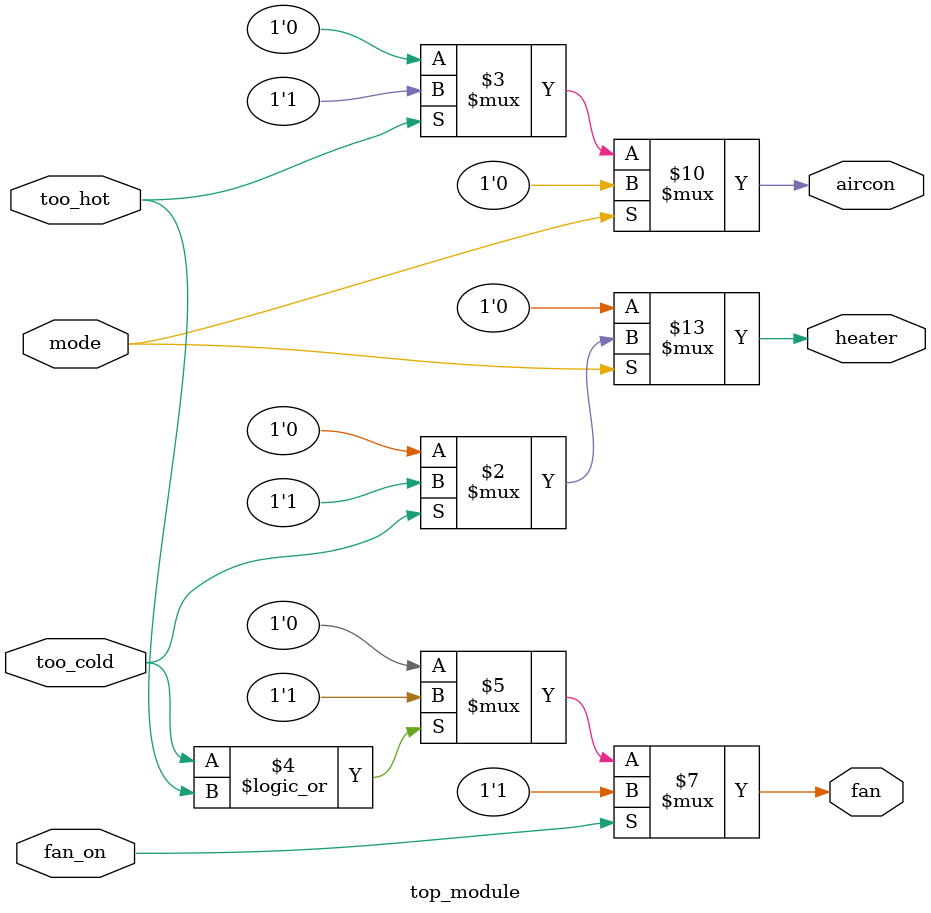
<source format=sv>
module top_module(
    input mode,
    input too_cold,
    input too_hot,
    input fan_on,
    output reg heater,
    output reg aircon,
    output reg fan
);

    always@(mode, too_cold, too_hot, fan_on) begin
        if (mode) begin
            heater = (too_cold) ? 1'b1 : 1'b0;
            aircon = 1'b0;
        end else begin
            heater = 1'b0;
            aircon = (too_hot) ? 1'b1 : 1'b0;
        end
        
        if (fan_on) begin
            fan = 1'b1;
        end else begin
            fan = (too_cold || too_hot) ? 1'b1 : 1'b0;
        end
    end

endmodule

</source>
